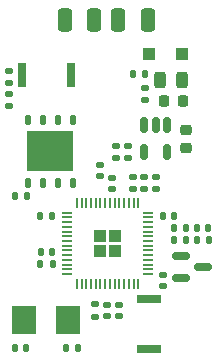
<source format=gbr>
%TF.GenerationSoftware,KiCad,Pcbnew,(6.0.2-0)*%
%TF.CreationDate,2022-03-31T23:17:21+02:00*%
%TF.ProjectId,BadPico,42616450-6963-46f2-9e6b-696361645f70,rev?*%
%TF.SameCoordinates,Original*%
%TF.FileFunction,Paste,Top*%
%TF.FilePolarity,Positive*%
%FSLAX46Y46*%
G04 Gerber Fmt 4.6, Leading zero omitted, Abs format (unit mm)*
G04 Created by KiCad (PCBNEW (6.0.2-0)) date 2022-03-31 23:17:21*
%MOMM*%
%LPD*%
G01*
G04 APERTURE LIST*
G04 Aperture macros list*
%AMRoundRect*
0 Rectangle with rounded corners*
0 $1 Rounding radius*
0 $2 $3 $4 $5 $6 $7 $8 $9 X,Y pos of 4 corners*
0 Add a 4 corners polygon primitive as box body*
4,1,4,$2,$3,$4,$5,$6,$7,$8,$9,$2,$3,0*
0 Add four circle primitives for the rounded corners*
1,1,$1+$1,$2,$3*
1,1,$1+$1,$4,$5*
1,1,$1+$1,$6,$7*
1,1,$1+$1,$8,$9*
0 Add four rect primitives between the rounded corners*
20,1,$1+$1,$2,$3,$4,$5,0*
20,1,$1+$1,$4,$5,$6,$7,0*
20,1,$1+$1,$6,$7,$8,$9,0*
20,1,$1+$1,$8,$9,$2,$3,0*%
G04 Aperture macros list end*
%ADD10RoundRect,0.135000X-0.135000X-0.185000X0.135000X-0.185000X0.135000X0.185000X-0.135000X0.185000X0*%
%ADD11RoundRect,0.140000X0.170000X-0.140000X0.170000X0.140000X-0.170000X0.140000X-0.170000X-0.140000X0*%
%ADD12RoundRect,0.140000X0.140000X0.170000X-0.140000X0.170000X-0.140000X-0.170000X0.140000X-0.170000X0*%
%ADD13RoundRect,0.135000X0.185000X-0.135000X0.185000X0.135000X-0.185000X0.135000X-0.185000X-0.135000X0*%
%ADD14RoundRect,0.147500X-0.147500X-0.172500X0.147500X-0.172500X0.147500X0.172500X-0.147500X0.172500X0*%
%ADD15R,2.000000X0.800000*%
%ADD16RoundRect,0.225000X-0.225000X-0.250000X0.225000X-0.250000X0.225000X0.250000X-0.225000X0.250000X0*%
%ADD17R,1.100000X1.100000*%
%ADD18RoundRect,0.147500X0.147500X0.172500X-0.147500X0.172500X-0.147500X-0.172500X0.147500X-0.172500X0*%
%ADD19RoundRect,0.250000X-0.292217X-0.292217X0.292217X-0.292217X0.292217X0.292217X-0.292217X0.292217X0*%
%ADD20RoundRect,0.050000X-0.387500X-0.050000X0.387500X-0.050000X0.387500X0.050000X-0.387500X0.050000X0*%
%ADD21RoundRect,0.050000X-0.050000X-0.387500X0.050000X-0.387500X0.050000X0.387500X-0.050000X0.387500X0*%
%ADD22RoundRect,0.140000X-0.170000X0.140000X-0.170000X-0.140000X0.170000X-0.140000X0.170000X0.140000X0*%
%ADD23RoundRect,0.300000X-0.300000X-0.700000X0.300000X-0.700000X0.300000X0.700000X-0.300000X0.700000X0*%
%ADD24RoundRect,0.300000X0.300000X0.700000X-0.300000X0.700000X-0.300000X-0.700000X0.300000X-0.700000X0*%
%ADD25RoundRect,0.140000X-0.140000X-0.170000X0.140000X-0.170000X0.140000X0.170000X-0.140000X0.170000X0*%
%ADD26RoundRect,0.250000X0.555000X-0.435000X0.555000X0.435000X-0.555000X0.435000X-0.555000X-0.435000X0*%
%ADD27RoundRect,0.125000X0.125000X-0.262500X0.125000X0.262500X-0.125000X0.262500X-0.125000X-0.262500X0*%
%ADD28R,4.000000X3.400000*%
%ADD29RoundRect,0.135000X0.135000X0.185000X-0.135000X0.185000X-0.135000X-0.185000X0.135000X-0.185000X0*%
%ADD30RoundRect,0.150000X-0.150000X0.512500X-0.150000X-0.512500X0.150000X-0.512500X0.150000X0.512500X0*%
%ADD31RoundRect,0.225000X0.250000X-0.225000X0.250000X0.225000X-0.250000X0.225000X-0.250000X-0.225000X0*%
%ADD32RoundRect,0.243750X0.243750X0.456250X-0.243750X0.456250X-0.243750X-0.456250X0.243750X-0.456250X0*%
%ADD33R,0.800000X2.000000*%
%ADD34R,2.000000X2.400000*%
%ADD35RoundRect,0.135000X-0.185000X0.135000X-0.185000X-0.135000X0.185000X-0.135000X0.185000X0.135000X0*%
%ADD36RoundRect,0.150000X-0.587500X-0.150000X0.587500X-0.150000X0.587500X0.150000X-0.587500X0.150000X0*%
G04 APERTURE END LIST*
D10*
%TO.C,R10*%
X119035000Y-52810000D03*
X120055000Y-52810000D03*
%TD*%
D11*
%TO.C,C7*%
X113805000Y-49505000D03*
X113805000Y-48545000D03*
%TD*%
D12*
%TO.C,C6*%
X108680000Y-51815000D03*
X107720000Y-51815000D03*
%TD*%
D13*
%TO.C,R9*%
X112365000Y-60310000D03*
X112365000Y-59290000D03*
%TD*%
D14*
%TO.C,D3*%
X119070000Y-53855000D03*
X120040000Y-53855000D03*
%TD*%
D13*
%TO.C,R4*%
X115160000Y-46895000D03*
X115160000Y-45875000D03*
%TD*%
D15*
%TO.C,SW3*%
X116935000Y-58830000D03*
X116935000Y-63030000D03*
%TD*%
D16*
%TO.C,C13*%
X118235000Y-42060000D03*
X119785000Y-42060000D03*
%TD*%
D17*
%TO.C,D2*%
X119700000Y-38115000D03*
X116900000Y-38115000D03*
%TD*%
D18*
%TO.C,D4*%
X121955000Y-52805000D03*
X120985000Y-52805000D03*
%TD*%
D19*
%TO.C,U3*%
X112782500Y-53477500D03*
X114057500Y-54752500D03*
X112782500Y-54752500D03*
X114057500Y-53477500D03*
D20*
X109982500Y-51515000D03*
X109982500Y-51915000D03*
X109982500Y-52315000D03*
X109982500Y-52715000D03*
X109982500Y-53115000D03*
X109982500Y-53515000D03*
X109982500Y-53915000D03*
X109982500Y-54315000D03*
X109982500Y-54715000D03*
X109982500Y-55115000D03*
X109982500Y-55515000D03*
X109982500Y-55915000D03*
X109982500Y-56315000D03*
X109982500Y-56715000D03*
D21*
X110820000Y-57552500D03*
X111220000Y-57552500D03*
X111620000Y-57552500D03*
X112020000Y-57552500D03*
X112420000Y-57552500D03*
X112820000Y-57552500D03*
X113220000Y-57552500D03*
X113620000Y-57552500D03*
X114020000Y-57552500D03*
X114420000Y-57552500D03*
X114820000Y-57552500D03*
X115220000Y-57552500D03*
X115620000Y-57552500D03*
X116020000Y-57552500D03*
D20*
X116857500Y-56715000D03*
X116857500Y-56315000D03*
X116857500Y-55915000D03*
X116857500Y-55515000D03*
X116857500Y-55115000D03*
X116857500Y-54715000D03*
X116857500Y-54315000D03*
X116857500Y-53915000D03*
X116857500Y-53515000D03*
X116857500Y-53115000D03*
X116857500Y-52715000D03*
X116857500Y-52315000D03*
X116857500Y-51915000D03*
X116857500Y-51515000D03*
D21*
X116020000Y-50677500D03*
X115620000Y-50677500D03*
X115220000Y-50677500D03*
X114820000Y-50677500D03*
X114420000Y-50677500D03*
X114020000Y-50677500D03*
X113620000Y-50677500D03*
X113220000Y-50677500D03*
X112820000Y-50677500D03*
X112420000Y-50677500D03*
X112020000Y-50677500D03*
X111620000Y-50677500D03*
X111220000Y-50677500D03*
X110820000Y-50677500D03*
%TD*%
D22*
%TO.C,C4*%
X113350000Y-59305000D03*
X113350000Y-60265000D03*
%TD*%
D23*
%TO.C,J1*%
X116800000Y-35185000D03*
D24*
X114300000Y-35185000D03*
X112300000Y-35185000D03*
X109800000Y-35185000D03*
%TD*%
D25*
%TO.C,C2*%
X118075000Y-51780000D03*
X119035000Y-51780000D03*
%TD*%
D26*
%TO.C,U1*%
X107560000Y-47155000D03*
X109560000Y-45455000D03*
X107560000Y-45455000D03*
X109560000Y-47155000D03*
D27*
X106655000Y-48967500D03*
X107925000Y-48967500D03*
X109195000Y-48967500D03*
X110465000Y-48967500D03*
X110465000Y-43642500D03*
X109195000Y-43642500D03*
X107925000Y-43642500D03*
X106655000Y-43642500D03*
D28*
X108560000Y-46305000D03*
%TD*%
D29*
%TO.C,R8*%
X116625000Y-39815000D03*
X115605000Y-39815000D03*
%TD*%
D11*
%TO.C,C10*%
X117520000Y-49475000D03*
X117520000Y-48515000D03*
%TD*%
%TO.C,C1*%
X116545000Y-49475000D03*
X116545000Y-48515000D03*
%TD*%
D30*
%TO.C,U2*%
X118430000Y-44127500D03*
X117480000Y-44127500D03*
X116530000Y-44127500D03*
X116530000Y-46402500D03*
X118430000Y-46402500D03*
%TD*%
D22*
%TO.C,C9*%
X114350000Y-59305000D03*
X114350000Y-60265000D03*
%TD*%
D29*
%TO.C,R11*%
X121990000Y-53860000D03*
X120970000Y-53860000D03*
%TD*%
D31*
%TO.C,C14*%
X120030000Y-46065000D03*
X120030000Y-44515000D03*
%TD*%
D13*
%TO.C,FB1*%
X116605000Y-41950000D03*
X116605000Y-40930000D03*
%TD*%
D29*
%TO.C,R6*%
X106610000Y-50140000D03*
X105590000Y-50140000D03*
%TD*%
D22*
%TO.C,C11*%
X112795000Y-47465000D03*
X112795000Y-48425000D03*
%TD*%
D32*
%TO.C,F1*%
X119747500Y-40290000D03*
X117872500Y-40290000D03*
%TD*%
D11*
%TO.C,C12*%
X105065000Y-42445000D03*
X105065000Y-41485000D03*
%TD*%
D13*
%TO.C,R3*%
X114155000Y-46885000D03*
X114155000Y-45865000D03*
%TD*%
D12*
%TO.C,C5*%
X108705000Y-54830000D03*
X107745000Y-54830000D03*
%TD*%
D33*
%TO.C,SW2*%
X110355000Y-39845000D03*
X106155000Y-39845000D03*
%TD*%
D10*
%TO.C,R5*%
X107740000Y-55840000D03*
X108760000Y-55840000D03*
%TD*%
D25*
%TO.C,C16*%
X109930000Y-63000000D03*
X110890000Y-63000000D03*
%TD*%
D34*
%TO.C,Y1*%
X110080000Y-60585000D03*
X106380000Y-60585000D03*
%TD*%
D35*
%TO.C,R7*%
X105070000Y-39540000D03*
X105070000Y-40560000D03*
%TD*%
D12*
%TO.C,C15*%
X106520000Y-63000000D03*
X105560000Y-63000000D03*
%TD*%
D11*
%TO.C,C8*%
X115565000Y-49475000D03*
X115565000Y-48515000D03*
%TD*%
D22*
%TO.C,C3*%
X118085000Y-56805000D03*
X118085000Y-57765000D03*
%TD*%
D36*
%TO.C,Q1*%
X119602500Y-55185000D03*
X119602500Y-57085000D03*
X121477500Y-56135000D03*
%TD*%
M02*

</source>
